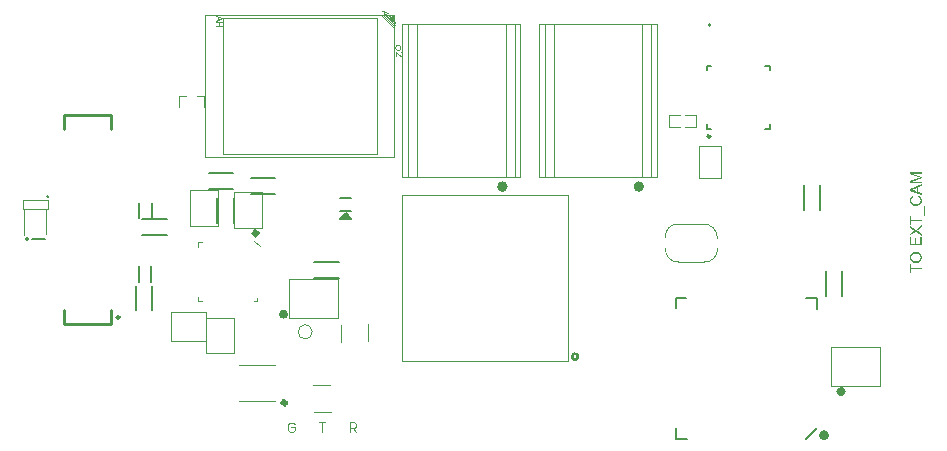
<source format=gto>
G04*
G04 #@! TF.GenerationSoftware,Altium Limited,Altium Designer,22.2.1 (43)*
G04*
G04 Layer_Color=65535*
%FSLAX25Y25*%
%MOIN*%
G70*
G04*
G04 #@! TF.SameCoordinates,6C9F7B6B-14DB-4A3D-A1FA-6D2C2168172C*
G04*
G04*
G04 #@! TF.FilePolarity,Positive*
G04*
G01*
G75*
%ADD10C,0.00984*%
%ADD11C,0.00394*%
%ADD12C,0.00315*%
%ADD13C,0.01575*%
%ADD14C,0.01000*%
%ADD15C,0.00787*%
%ADD16C,0.00984*%
%ADD17C,0.00600*%
%ADD18C,0.00532*%
%ADD19C,0.00591*%
%ADD20C,0.00394*%
%ADD21C,0.00602*%
%ADD22C,0.00400*%
%ADD23C,0.01181*%
%ADD24C,0.00120*%
G36*
X302356Y94276D02*
X299149D01*
X302356Y93159D01*
Y92699D01*
X299093Y91594D01*
X302356D01*
Y91104D01*
X298523D01*
Y91866D01*
X301237Y92774D01*
X301243Y92777D01*
X301254Y92780D01*
X301273Y92785D01*
X301298Y92794D01*
X301331Y92805D01*
X301367Y92816D01*
X301406Y92830D01*
X301450Y92844D01*
X301542Y92874D01*
X301636Y92905D01*
X301683Y92918D01*
X301728Y92932D01*
X301766Y92946D01*
X301805Y92957D01*
X301802D01*
X301794Y92960D01*
X301783Y92966D01*
X301766Y92971D01*
X301744Y92976D01*
X301716Y92985D01*
X301686Y92996D01*
X301650Y93007D01*
X301608Y93021D01*
X301564Y93037D01*
X301514Y93054D01*
X301459Y93071D01*
X301398Y93093D01*
X301334Y93112D01*
X301265Y93137D01*
X301190Y93162D01*
X298523Y94082D01*
Y94766D01*
X302356D01*
Y94276D01*
D02*
G37*
G36*
Y90140D02*
X301196Y89697D01*
Y88087D01*
X302356Y87669D01*
Y87135D01*
X298523Y88605D01*
Y89148D01*
X302356Y90716D01*
Y90140D01*
D02*
G37*
G36*
X301149Y86924D02*
X301157Y86921D01*
X301168Y86919D01*
X301182Y86916D01*
X301201Y86910D01*
X301243Y86896D01*
X301295Y86877D01*
X301354Y86855D01*
X301420Y86827D01*
X301492Y86794D01*
X301570Y86758D01*
X301647Y86716D01*
X301725Y86669D01*
X301805Y86617D01*
X301883Y86559D01*
X301957Y86495D01*
X302027Y86426D01*
X302093Y86351D01*
X302096Y86345D01*
X302107Y86331D01*
X302124Y86309D01*
X302143Y86276D01*
X302168Y86237D01*
X302196Y86187D01*
X302226Y86132D01*
X302257Y86068D01*
X302287Y85999D01*
X302318Y85921D01*
X302345Y85838D01*
X302370Y85750D01*
X302390Y85653D01*
X302406Y85553D01*
X302417Y85448D01*
X302420Y85337D01*
Y85295D01*
X302417Y85276D01*
Y85234D01*
X302412Y85182D01*
X302406Y85121D01*
X302398Y85052D01*
X302390Y84980D01*
X302376Y84899D01*
X302359Y84819D01*
X302337Y84733D01*
X302315Y84650D01*
X302284Y84567D01*
X302251Y84484D01*
X302212Y84403D01*
X302168Y84329D01*
X302165Y84323D01*
X302157Y84312D01*
X302140Y84293D01*
X302121Y84265D01*
X302096Y84232D01*
X302063Y84196D01*
X302027Y84154D01*
X301982Y84110D01*
X301933Y84063D01*
X301880Y84016D01*
X301819Y83966D01*
X301755Y83916D01*
X301683Y83869D01*
X301608Y83822D01*
X301525Y83777D01*
X301439Y83739D01*
X301437D01*
X301434Y83736D01*
X301417Y83730D01*
X301392Y83719D01*
X301356Y83708D01*
X301312Y83692D01*
X301259Y83675D01*
X301199Y83656D01*
X301132Y83639D01*
X301057Y83619D01*
X300977Y83600D01*
X300894Y83583D01*
X300802Y83567D01*
X300711Y83556D01*
X300614Y83545D01*
X300514Y83539D01*
X300412Y83536D01*
X300409D01*
X300403D01*
X300395D01*
X300384D01*
X300370D01*
X300354Y83539D01*
X300312D01*
X300259Y83545D01*
X300199Y83548D01*
X300129Y83556D01*
X300054Y83564D01*
X299977Y83578D01*
X299894Y83592D01*
X299805Y83611D01*
X299716Y83633D01*
X299628Y83658D01*
X299539Y83689D01*
X299453Y83725D01*
X299367Y83763D01*
X299362Y83766D01*
X299348Y83775D01*
X299326Y83789D01*
X299293Y83805D01*
X299257Y83830D01*
X299215Y83858D01*
X299165Y83894D01*
X299115Y83933D01*
X299063Y83974D01*
X299005Y84024D01*
X298949Y84076D01*
X298894Y84135D01*
X298838Y84198D01*
X298786Y84265D01*
X298736Y84337D01*
X298689Y84414D01*
X298686Y84420D01*
X298678Y84434D01*
X298667Y84456D01*
X298653Y84489D01*
X298633Y84528D01*
X298614Y84575D01*
X298595Y84631D01*
X298572Y84689D01*
X298550Y84755D01*
X298531Y84827D01*
X298509Y84905D01*
X298492Y84985D01*
X298478Y85071D01*
X298467Y85160D01*
X298459Y85251D01*
X298456Y85345D01*
Y85384D01*
X298459Y85401D01*
X298462Y85442D01*
X298464Y85492D01*
X298473Y85547D01*
X298481Y85611D01*
X298492Y85683D01*
X298509Y85758D01*
X298528Y85835D01*
X298550Y85916D01*
X298581Y85996D01*
X298614Y86076D01*
X298653Y86160D01*
X298697Y86237D01*
X298750Y86312D01*
X298753Y86317D01*
X298764Y86329D01*
X298780Y86351D01*
X298805Y86376D01*
X298833Y86409D01*
X298872Y86445D01*
X298913Y86484D01*
X298963Y86528D01*
X299019Y86572D01*
X299079Y86619D01*
X299149Y86664D01*
X299221Y86708D01*
X299301Y86752D01*
X299387Y86791D01*
X299478Y86830D01*
X299575Y86860D01*
X299692Y86362D01*
X299686Y86359D01*
X299672Y86356D01*
X299653Y86348D01*
X299622Y86337D01*
X299589Y86323D01*
X299550Y86306D01*
X299506Y86284D01*
X299459Y86262D01*
X299409Y86237D01*
X299359Y86207D01*
X299309Y86176D01*
X299257Y86140D01*
X299210Y86101D01*
X299163Y86063D01*
X299121Y86018D01*
X299082Y85971D01*
X299079Y85968D01*
X299074Y85960D01*
X299066Y85946D01*
X299052Y85927D01*
X299038Y85902D01*
X299021Y85871D01*
X299005Y85835D01*
X298985Y85797D01*
X298969Y85752D01*
X298952Y85705D01*
X298935Y85653D01*
X298921Y85597D01*
X298908Y85536D01*
X298899Y85473D01*
X298894Y85406D01*
X298891Y85334D01*
Y85293D01*
X298894Y85262D01*
X298897Y85223D01*
X298902Y85179D01*
X298908Y85129D01*
X298919Y85076D01*
X298930Y85018D01*
X298944Y84960D01*
X298960Y84899D01*
X298980Y84835D01*
X299005Y84775D01*
X299035Y84714D01*
X299066Y84653D01*
X299104Y84595D01*
X299107Y84592D01*
X299113Y84581D01*
X299127Y84567D01*
X299143Y84547D01*
X299165Y84522D01*
X299190Y84495D01*
X299221Y84464D01*
X299254Y84431D01*
X299293Y84398D01*
X299334Y84362D01*
X299381Y84329D01*
X299434Y84295D01*
X299487Y84262D01*
X299545Y84232D01*
X299606Y84204D01*
X299672Y84179D01*
X299675D01*
X299689Y84174D01*
X299708Y84168D01*
X299733Y84160D01*
X299766Y84151D01*
X299805Y84140D01*
X299850Y84132D01*
X299899Y84121D01*
X299952Y84110D01*
X300010Y84099D01*
X300071Y84088D01*
X300135Y84079D01*
X300268Y84066D01*
X300337Y84063D01*
X300409Y84060D01*
X300415D01*
X300431D01*
X300456D01*
X300492Y84063D01*
X300534Y84066D01*
X300584Y84068D01*
X300639Y84071D01*
X300697Y84076D01*
X300764Y84085D01*
X300833Y84093D01*
X300974Y84121D01*
X301049Y84135D01*
X301121Y84154D01*
X301193Y84176D01*
X301262Y84201D01*
X301265Y84204D01*
X301279Y84207D01*
X301295Y84215D01*
X301320Y84229D01*
X301351Y84243D01*
X301387Y84262D01*
X301426Y84284D01*
X301467Y84309D01*
X301509Y84340D01*
X301553Y84373D01*
X301600Y84409D01*
X301644Y84448D01*
X301689Y84492D01*
X301730Y84539D01*
X301769Y84589D01*
X301805Y84644D01*
X301808Y84647D01*
X301813Y84658D01*
X301822Y84675D01*
X301833Y84697D01*
X301847Y84725D01*
X301863Y84758D01*
X301877Y84797D01*
X301894Y84838D01*
X301913Y84885D01*
X301927Y84935D01*
X301944Y84991D01*
X301957Y85046D01*
X301969Y85107D01*
X301977Y85168D01*
X301982Y85232D01*
X301985Y85295D01*
Y85315D01*
X301982Y85337D01*
Y85367D01*
X301977Y85403D01*
X301971Y85445D01*
X301966Y85495D01*
X301955Y85545D01*
X301941Y85600D01*
X301924Y85658D01*
X301905Y85719D01*
X301883Y85780D01*
X301855Y85841D01*
X301822Y85902D01*
X301783Y85960D01*
X301741Y86018D01*
X301739Y86021D01*
X301730Y86032D01*
X301716Y86046D01*
X301694Y86065D01*
X301669Y86090D01*
X301639Y86118D01*
X301600Y86149D01*
X301559Y86179D01*
X301509Y86212D01*
X301456Y86246D01*
X301395Y86282D01*
X301329Y86312D01*
X301259Y86345D01*
X301182Y86373D01*
X301101Y86398D01*
X301013Y86420D01*
X301140Y86927D01*
X301143D01*
X301149Y86924D01*
D02*
G37*
G36*
X303420Y80212D02*
X303079D01*
Y83331D01*
X303420D01*
Y80212D01*
D02*
G37*
G36*
X298974Y78916D02*
X302356D01*
Y78409D01*
X298974D01*
Y77146D01*
X298523D01*
Y80185D01*
X298974D01*
Y78916D01*
D02*
G37*
G36*
X302356Y76359D02*
X300991Y75393D01*
X300985Y75390D01*
X300971Y75379D01*
X300946Y75362D01*
X300919Y75343D01*
X300883Y75318D01*
X300844Y75293D01*
X300758Y75235D01*
X300761D01*
X300766Y75229D01*
X300777Y75224D01*
X300788Y75215D01*
X300824Y75193D01*
X300863Y75165D01*
X300910Y75135D01*
X300955Y75107D01*
X300996Y75080D01*
X301029Y75055D01*
X302356Y74082D01*
Y73473D01*
X300370Y74955D01*
X298523Y73647D01*
Y74254D01*
X299503Y74952D01*
X299506Y74955D01*
X299517Y74961D01*
X299534Y74974D01*
X299553Y74988D01*
X299578Y75005D01*
X299608Y75027D01*
X299642Y75049D01*
X299675Y75074D01*
X299752Y75124D01*
X299830Y75174D01*
X299905Y75221D01*
X299941Y75243D01*
X299974Y75260D01*
X299971Y75262D01*
X299966Y75265D01*
X299955Y75274D01*
X299938Y75282D01*
X299921Y75296D01*
X299899Y75309D01*
X299872Y75326D01*
X299844Y75345D01*
X299780Y75390D01*
X299708Y75440D01*
X299628Y75498D01*
X299545Y75562D01*
X298523Y76329D01*
Y76883D01*
X300345Y75553D01*
X302356Y76988D01*
Y76359D01*
D02*
G37*
G36*
Y70304D02*
X298523D01*
Y73074D01*
X298974D01*
Y70811D01*
X300149D01*
Y72930D01*
X300600D01*
Y70811D01*
X301905D01*
Y73163D01*
X302356D01*
Y70304D01*
D02*
G37*
G36*
X300503Y68149D02*
X300545D01*
X300595Y68143D01*
X300653Y68141D01*
X300722Y68132D01*
X300794Y68121D01*
X300874Y68110D01*
X300957Y68094D01*
X301043Y68074D01*
X301132Y68052D01*
X301223Y68024D01*
X301312Y67994D01*
X301401Y67958D01*
X301489Y67916D01*
X301495Y67914D01*
X301509Y67905D01*
X301534Y67891D01*
X301564Y67872D01*
X301603Y67850D01*
X301647Y67819D01*
X301697Y67783D01*
X301750Y67745D01*
X301805Y67700D01*
X301860Y67650D01*
X301919Y67595D01*
X301977Y67537D01*
X302032Y67470D01*
X302088Y67401D01*
X302137Y67326D01*
X302185Y67249D01*
X302187Y67243D01*
X302196Y67229D01*
X302207Y67204D01*
X302221Y67174D01*
X302240Y67132D01*
X302259Y67085D01*
X302281Y67033D01*
X302301Y66972D01*
X302323Y66903D01*
X302345Y66830D01*
X302365Y66756D01*
X302384Y66673D01*
X302398Y66589D01*
X302409Y66501D01*
X302417Y66409D01*
X302420Y66318D01*
Y66293D01*
X302417Y66265D01*
X302414Y66227D01*
X302412Y66180D01*
X302406Y66124D01*
X302398Y66061D01*
X302387Y65994D01*
X302373Y65919D01*
X302356Y65842D01*
X302334Y65761D01*
X302309Y65681D01*
X302281Y65598D01*
X302245Y65512D01*
X302207Y65429D01*
X302160Y65349D01*
X302157Y65343D01*
X302149Y65329D01*
X302132Y65307D01*
X302113Y65279D01*
X302085Y65243D01*
X302054Y65202D01*
X302016Y65157D01*
X301974Y65108D01*
X301924Y65058D01*
X301872Y65002D01*
X301813Y64950D01*
X301750Y64897D01*
X301680Y64844D01*
X301608Y64795D01*
X301531Y64748D01*
X301448Y64703D01*
X301442Y64700D01*
X301428Y64695D01*
X301403Y64684D01*
X301367Y64670D01*
X301326Y64653D01*
X301276Y64634D01*
X301221Y64614D01*
X301157Y64595D01*
X301088Y64573D01*
X301013Y64554D01*
X300935Y64534D01*
X300852Y64518D01*
X300764Y64504D01*
X300675Y64493D01*
X300584Y64487D01*
X300489Y64484D01*
X300487D01*
X300478D01*
X300464D01*
X300448D01*
X300426Y64487D01*
X300398D01*
X300367Y64490D01*
X300331Y64493D01*
X300293Y64495D01*
X300251Y64501D01*
X300207Y64507D01*
X300160Y64512D01*
X300057Y64529D01*
X299946Y64548D01*
X299827Y64576D01*
X299705Y64609D01*
X299581Y64650D01*
X299456Y64700D01*
X299334Y64759D01*
X299215Y64828D01*
X299157Y64867D01*
X299102Y64905D01*
X299049Y64950D01*
X298996Y64997D01*
X298993Y65000D01*
X298991Y65002D01*
X298983Y65011D01*
X298974Y65022D01*
X298960Y65033D01*
X298946Y65049D01*
X298910Y65091D01*
X298872Y65141D01*
X298825Y65202D01*
X298778Y65274D01*
X298725Y65354D01*
X298675Y65446D01*
X298628Y65545D01*
X298581Y65653D01*
X298539Y65770D01*
X298506Y65897D01*
X298478Y66030D01*
X298470Y66099D01*
X298462Y66171D01*
X298459Y66243D01*
X298456Y66318D01*
Y66343D01*
X298459Y66371D01*
Y66407D01*
X298464Y66454D01*
X298470Y66509D01*
X298478Y66570D01*
X298487Y66637D01*
X298500Y66709D01*
X298517Y66786D01*
X298539Y66866D01*
X298564Y66947D01*
X298592Y67030D01*
X298628Y67113D01*
X298667Y67196D01*
X298711Y67277D01*
X298714Y67282D01*
X298722Y67296D01*
X298736Y67318D01*
X298758Y67346D01*
X298783Y67382D01*
X298814Y67423D01*
X298852Y67468D01*
X298894Y67518D01*
X298941Y67570D01*
X298993Y67623D01*
X299052Y67678D01*
X299115Y67731D01*
X299185Y67783D01*
X299257Y67836D01*
X299334Y67883D01*
X299417Y67927D01*
X299423Y67930D01*
X299437Y67939D01*
X299462Y67950D01*
X299498Y67963D01*
X299539Y67980D01*
X299592Y68000D01*
X299650Y68019D01*
X299716Y68041D01*
X299788Y68060D01*
X299869Y68080D01*
X299952Y68099D01*
X300043Y68116D01*
X300138Y68132D01*
X300237Y68143D01*
X300340Y68149D01*
X300445Y68152D01*
X300448D01*
X300451D01*
X300459D01*
X300470D01*
X300484D01*
X300503Y68149D01*
D02*
G37*
G36*
X298974Y62850D02*
X302356D01*
Y62343D01*
X298974D01*
Y61080D01*
X298523D01*
Y64119D01*
X298974D01*
Y62850D01*
D02*
G37*
%LPC*%
G36*
X300783Y89536D02*
X299722Y89135D01*
X299719D01*
X299716Y89132D01*
X299700Y89126D01*
X299675Y89118D01*
X299642Y89104D01*
X299600Y89090D01*
X299553Y89071D01*
X299498Y89054D01*
X299440Y89032D01*
X299379Y89010D01*
X299315Y88988D01*
X299182Y88943D01*
X299049Y88899D01*
X298985Y88880D01*
X298924Y88863D01*
X298930D01*
X298941Y88860D01*
X298960Y88855D01*
X298988Y88849D01*
X299021Y88841D01*
X299060Y88833D01*
X299104Y88822D01*
X299154Y88810D01*
X299210Y88794D01*
X299268Y88780D01*
X299326Y88763D01*
X299390Y88744D01*
X299523Y88702D01*
X299658Y88655D01*
X300783Y88234D01*
Y89536D01*
D02*
G37*
G36*
X300442Y67628D02*
X300437D01*
X300423D01*
X300398D01*
X300365Y67625D01*
X300323Y67623D01*
X300276Y67620D01*
X300223Y67614D01*
X300165Y67609D01*
X300104Y67601D01*
X300038Y67589D01*
X299971Y67576D01*
X299902Y67562D01*
X299833Y67542D01*
X299764Y67520D01*
X299694Y67495D01*
X299628Y67468D01*
X299625Y67465D01*
X299611Y67459D01*
X299595Y67451D01*
X299570Y67437D01*
X299542Y67421D01*
X299506Y67401D01*
X299470Y67379D01*
X299428Y67351D01*
X299387Y67321D01*
X299343Y67285D01*
X299298Y67249D01*
X299254Y67207D01*
X299210Y67160D01*
X299165Y67113D01*
X299127Y67060D01*
X299088Y67005D01*
X299085Y67002D01*
X299079Y66991D01*
X299071Y66975D01*
X299057Y66952D01*
X299043Y66922D01*
X299027Y66889D01*
X299007Y66850D01*
X298991Y66806D01*
X298971Y66756D01*
X298955Y66703D01*
X298938Y66648D01*
X298924Y66587D01*
X298910Y66526D01*
X298902Y66459D01*
X298897Y66390D01*
X298894Y66321D01*
Y66296D01*
X298897Y66268D01*
X298899Y66232D01*
X298905Y66185D01*
X298913Y66130D01*
X298924Y66069D01*
X298941Y66005D01*
X298960Y65933D01*
X298985Y65858D01*
X299016Y65784D01*
X299049Y65703D01*
X299093Y65626D01*
X299143Y65548D01*
X299199Y65470D01*
X299265Y65396D01*
X299271Y65390D01*
X299282Y65379D01*
X299304Y65360D01*
X299337Y65335D01*
X299376Y65307D01*
X299428Y65274D01*
X299487Y65238D01*
X299556Y65202D01*
X299636Y65166D01*
X299728Y65130D01*
X299830Y65099D01*
X299941Y65069D01*
X300063Y65044D01*
X300129Y65033D01*
X300196Y65025D01*
X300268Y65016D01*
X300342Y65013D01*
X300417Y65008D01*
X300498D01*
X300500D01*
X300506D01*
X300514D01*
X300528D01*
X300545Y65011D01*
X300564D01*
X300586D01*
X300611Y65013D01*
X300669Y65019D01*
X300739Y65027D01*
X300813Y65038D01*
X300894Y65055D01*
X300980Y65074D01*
X301068Y65099D01*
X301160Y65130D01*
X301251Y65166D01*
X301340Y65207D01*
X301428Y65257D01*
X301512Y65313D01*
X301589Y65379D01*
X301595Y65385D01*
X301606Y65396D01*
X301625Y65418D01*
X301650Y65446D01*
X301680Y65484D01*
X301714Y65526D01*
X301750Y65579D01*
X301786Y65637D01*
X301824Y65700D01*
X301860Y65772D01*
X301894Y65850D01*
X301924Y65933D01*
X301949Y66019D01*
X301969Y66113D01*
X301980Y66213D01*
X301985Y66315D01*
Y66340D01*
X301982Y66354D01*
Y66371D01*
X301980Y66409D01*
X301974Y66459D01*
X301963Y66515D01*
X301952Y66578D01*
X301935Y66648D01*
X301913Y66720D01*
X301888Y66797D01*
X301855Y66875D01*
X301816Y66952D01*
X301769Y67033D01*
X301716Y67110D01*
X301653Y67185D01*
X301584Y67257D01*
X301578Y67263D01*
X301564Y67274D01*
X301542Y67290D01*
X301509Y67315D01*
X301467Y67343D01*
X301417Y67373D01*
X301359Y67409D01*
X301290Y67443D01*
X301212Y67479D01*
X301129Y67512D01*
X301035Y67542D01*
X300933Y67570D01*
X300822Y67595D01*
X300703Y67612D01*
X300578Y67625D01*
X300442Y67628D01*
D02*
G37*
%LPD*%
D10*
X187823Y33232D02*
G03*
X187823Y33232I-985J0D01*
G01*
D11*
X128713Y136150D02*
G03*
X128713Y136150I-862J0D01*
G01*
X99222Y41524D02*
G03*
X99222Y41524I-2362J0D01*
G01*
X184516Y31657D02*
Y87169D01*
X129004Y31657D02*
X184516D01*
X129004D02*
Y87169D01*
X184516D01*
X63638Y99890D02*
Y147134D01*
Y99890D02*
X126630D01*
Y147134D01*
X63638D02*
X126630D01*
X123914D02*
X126669Y144418D01*
X124386Y147134D02*
X126669Y144851D01*
X124898Y147134D02*
X126630Y145402D01*
X125410Y147134D02*
X126630Y145914D01*
X125803Y147134D02*
X126630Y146307D01*
X126197Y147134D02*
X126630Y146701D01*
X123362Y147173D02*
X126669Y143866D01*
X122890Y147134D02*
X126630Y143355D01*
X122299Y147173D02*
X126630Y142803D01*
X69543Y100874D02*
Y146150D01*
Y100874D02*
X120725D01*
Y146150D01*
X69543D02*
X120725D01*
X60743Y120157D02*
X63026D01*
Y116613D02*
Y120157D01*
X54956D02*
X57239D01*
X54956Y116613D02*
Y120157D01*
X168643Y93022D02*
Y144204D01*
X129273Y93022D02*
X168643D01*
X129273D02*
Y144204D01*
X168643D01*
X166675Y93022D02*
Y144204D01*
X131241Y93022D02*
Y144204D01*
X163722Y93022D02*
Y144204D01*
X134194Y93022D02*
Y144204D01*
X61254Y51719D02*
X62475D01*
X61254D02*
Y53058D01*
X79680Y51719D02*
X80940D01*
Y52901D01*
X61254Y69830D02*
Y71405D01*
X62632D01*
X79719Y71956D02*
X81688Y69987D01*
X58325Y76861D02*
Y88673D01*
X67774D01*
Y76861D02*
Y88673D01*
X58325Y76861D02*
X67774D01*
X3090Y81974D02*
X3129Y73863D01*
X10491Y74021D02*
Y81974D01*
X272247Y36415D02*
X288389D01*
X272247Y23423D02*
Y36415D01*
Y23423D02*
X288389D01*
Y36415D01*
X74842Y30374D02*
X86654D01*
X74842Y18562D02*
X86654D01*
X99929Y14791D02*
X105559D01*
X99625Y23791D02*
X105059D01*
X91632Y58993D02*
X107774D01*
X91632Y46001D02*
Y58993D01*
Y46001D02*
X107774D01*
Y58993D01*
X73125Y76236D02*
X82574D01*
Y88048D01*
X73125D02*
X82574D01*
X73125Y76236D02*
Y88048D01*
X179694Y93022D02*
Y144204D01*
X209222Y93022D02*
Y144204D01*
X176741Y93022D02*
Y144204D01*
X212175Y93022D02*
Y144204D01*
X174773D02*
X214143D01*
X174773Y93022D02*
Y144204D01*
Y93022D02*
X214143D01*
Y144204D01*
X52065Y38593D02*
X63876D01*
X52065D02*
Y48041D01*
X63876D01*
Y38593D02*
Y48041D01*
X63816Y46266D02*
X73264D01*
X63816Y34454D02*
Y46266D01*
Y34454D02*
X73264D01*
Y46266D01*
X117703Y38597D02*
Y44031D01*
X108703Y38097D02*
Y43727D01*
D12*
X216968Y69172D02*
G03*
X221298Y64842I4055J-276D01*
G01*
X221298Y77441D02*
G03*
X216968Y73110I-354J-3976D01*
G01*
X229960Y64842D02*
G03*
X234291Y69172I276J4055D01*
G01*
X234290Y72716D02*
G03*
X229566Y77440I-4527J197D01*
G01*
X221298Y64842D02*
X229960D01*
X221298Y77440D02*
X229566D01*
D13*
X270683Y7041D02*
G03*
X270683Y7041I-866J0D01*
G01*
X161685Y89792D02*
G03*
X161675Y89952I907J137D01*
G01*
X80979Y74397D02*
G03*
X80979Y74397I-669J0D01*
G01*
X276198Y21609D02*
G03*
X276198Y21609I-710J0D01*
G01*
X90472Y17835D02*
G03*
X90472Y17835I-591J0D01*
G01*
X90348Y47405D02*
G03*
X90348Y47405I-710J0D01*
G01*
X207185Y89792D02*
G03*
X207175Y89952I907J137D01*
G01*
D14*
X35014Y46361D02*
G03*
X35014Y46361I-500J0D01*
G01*
X16365Y44038D02*
Y48763D01*
X32113Y44038D02*
Y48763D01*
X16365Y44038D02*
X32113D01*
X16339Y113723D02*
X32087D01*
X16339Y108999D02*
Y113723D01*
X32087Y108999D02*
Y113723D01*
D15*
X4622Y72525D02*
G03*
X4622Y72525I-469J0D01*
G01*
X231957Y143800D02*
G03*
X231957Y143800I-394J0D01*
G01*
X5688Y72486D02*
X10294D01*
X108355Y79165D02*
X112292Y79204D01*
X108401Y81726D02*
X112304Y81731D01*
X108402Y86288D02*
X112305Y86294D01*
X110343Y81153D02*
X112292Y79204D01*
X108355Y79165D02*
X110343Y81153D01*
D16*
X231901Y106705D02*
G03*
X231901Y106705I-492J0D01*
G01*
D17*
X11300Y86600D02*
G03*
X11300Y86600I-300J0D01*
G01*
D18*
X263837Y52936D02*
X267616D01*
X220372D02*
X223955D01*
X220372Y49472D02*
Y52936D01*
Y5692D02*
Y9511D01*
Y5692D02*
X224230D01*
X263955D02*
X267616Y9353D01*
Y49196D02*
Y52936D01*
D19*
X230818Y109264D02*
X232295D01*
X230818D02*
Y110741D01*
Y128654D02*
Y130130D01*
X232295D01*
X250208D02*
X251684D01*
Y128654D02*
Y130130D01*
X250208Y109264D02*
X251684D01*
Y110741D01*
D20*
X218012Y113896D02*
X221654D01*
X223622D02*
X227264D01*
X218012Y109959D02*
X221654D01*
X223622D02*
X227264D01*
X218012D02*
Y113896D01*
X227264Y109959D02*
Y113896D01*
X228001Y103402D02*
X235481D01*
X228001Y92772D02*
Y103402D01*
Y92772D02*
X235481D01*
Y103402D01*
X111653Y8268D02*
Y11416D01*
X113228D01*
X113753Y10892D01*
Y9842D01*
X113228Y9317D01*
X111653D01*
X112703D02*
X113753Y8268D01*
X101496Y11377D02*
X103595D01*
X102546D01*
Y8228D01*
X93359Y10773D02*
X92834Y11298D01*
X91785D01*
X91260Y10773D01*
Y8674D01*
X91785Y8150D01*
X92834D01*
X93359Y8674D01*
Y9724D01*
X92309D01*
D21*
X41339Y58189D02*
Y63307D01*
X45512Y58189D02*
Y63307D01*
X40551Y48661D02*
Y56929D01*
X45906Y48661D02*
Y56929D01*
X45709Y79449D02*
Y84567D01*
X41535Y79449D02*
Y84567D01*
X42638Y73898D02*
X50906D01*
X42638Y79252D02*
X50906D01*
X268386Y82284D02*
Y90551D01*
X263032Y82284D02*
Y90551D01*
X270334Y53483D02*
Y61751D01*
X275688Y53483D02*
Y61751D01*
X78707Y92814D02*
X86974D01*
X78707Y87460D02*
X86974D01*
X64665Y89261D02*
X72932D01*
X64665Y94616D02*
X72932D01*
X72988Y77823D02*
Y86091D01*
X67633Y77823D02*
Y86091D01*
X99898Y59599D02*
X108166D01*
X99898Y64953D02*
X108166D01*
D22*
X11134Y82465D02*
Y85615D01*
X2866D02*
X11134D01*
X2866Y82465D02*
Y85615D01*
Y82465D02*
X11134D01*
D23*
X109457Y79774D02*
X111274Y79759D01*
X109457Y79774D02*
X110366Y79767D01*
X110450Y80492D01*
D24*
X128704Y134716D02*
X128800D01*
X128990Y134620D01*
X129085Y134525D01*
X129180Y134335D01*
Y133954D01*
X129085Y133763D01*
X128990Y133668D01*
X128800Y133573D01*
X128609D01*
X128419Y133668D01*
X128133Y133859D01*
X127181Y134811D01*
Y133478D01*
X122417Y147106D02*
X124416Y147868D01*
X122417Y148630D01*
X123083Y148344D02*
Y147392D01*
X67034Y145288D02*
X69033Y146050D01*
X67034Y146812D01*
X67700Y146526D02*
Y145574D01*
X69033Y144822D02*
X67034D01*
X69033Y143489D02*
X67034D01*
X68081Y144822D02*
Y143489D01*
M02*

</source>
